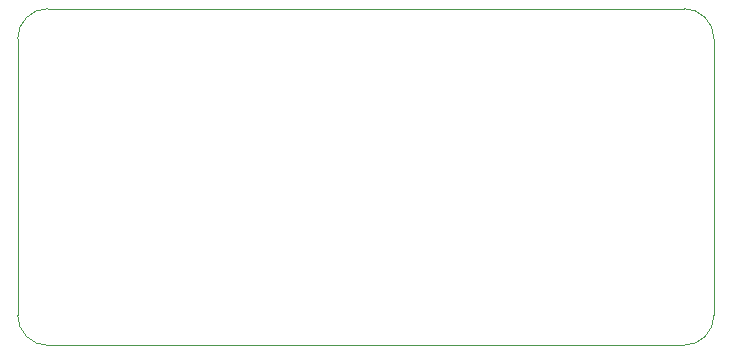
<source format=gbr>
G04 #@! TF.GenerationSoftware,KiCad,Pcbnew,(6.0.5)*
G04 #@! TF.CreationDate,2023-02-01T20:45:18-08:00*
G04 #@! TF.ProjectId,imac_g3_slot_loading_J22_adapter_board,696d6163-5f67-4335-9f73-6c6f745f6c6f,2*
G04 #@! TF.SameCoordinates,Original*
G04 #@! TF.FileFunction,Profile,NP*
%FSLAX46Y46*%
G04 Gerber Fmt 4.6, Leading zero omitted, Abs format (unit mm)*
G04 Created by KiCad (PCBNEW (6.0.5)) date 2023-02-01 20:45:18*
%MOMM*%
%LPD*%
G01*
G04 APERTURE LIST*
G04 #@! TA.AperFunction,Profile*
%ADD10C,0.050000*%
G04 #@! TD*
G04 APERTURE END LIST*
D10*
X105892000Y-112828000D02*
G75*
G03*
X108432000Y-115368000I2540000J0D01*
G01*
X108432000Y-86868000D02*
G75*
G03*
X105892000Y-89408000I0J-2540000D01*
G01*
X164840000Y-89408000D02*
G75*
G03*
X162300000Y-86868000I-2540000J0D01*
G01*
X162300000Y-115368000D02*
G75*
G03*
X164840000Y-112828000I0J2540000D01*
G01*
X162300000Y-115368000D02*
X108432000Y-115368000D01*
X164840000Y-89408000D02*
X164840000Y-112828000D01*
X105892000Y-89408000D02*
X105892000Y-112828000D01*
X162300000Y-86868000D02*
X108432000Y-86868000D01*
M02*

</source>
